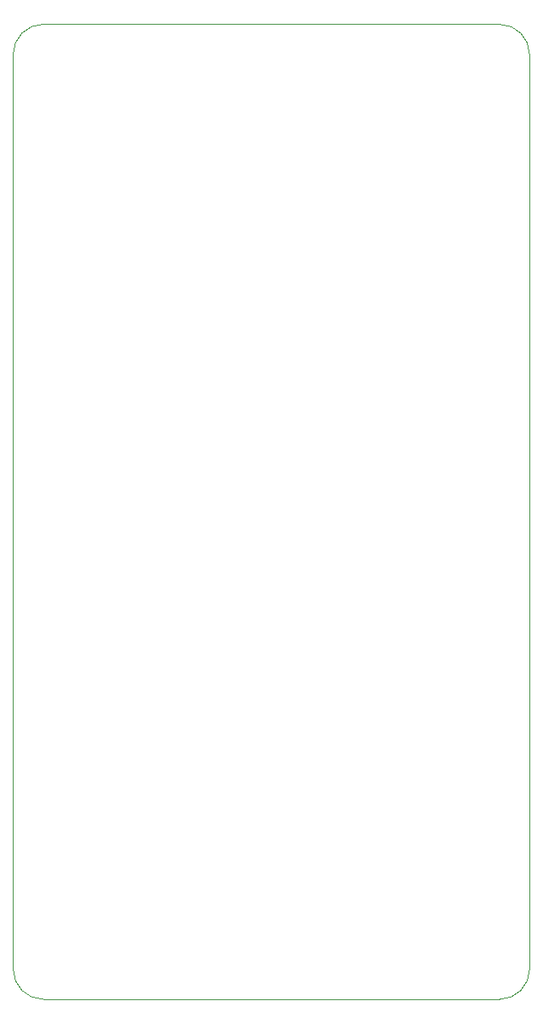
<source format=gbr>
%TF.GenerationSoftware,KiCad,Pcbnew,9.0.2*%
%TF.CreationDate,2025-07-03T20:52:15-07:00*%
%TF.ProjectId,solder,736f6c64-6572-42e6-9b69-6361645f7063,rev?*%
%TF.SameCoordinates,Original*%
%TF.FileFunction,Profile,NP*%
%FSLAX46Y46*%
G04 Gerber Fmt 4.6, Leading zero omitted, Abs format (unit mm)*
G04 Created by KiCad (PCBNEW 9.0.2) date 2025-07-03 20:52:15*
%MOMM*%
%LPD*%
G01*
G04 APERTURE LIST*
%TA.AperFunction,Profile*%
%ADD10C,0.050000*%
%TD*%
G04 APERTURE END LIST*
D10*
X113090000Y-42260000D02*
G75*
G02*
X116090000Y-39260000I3000000J0D01*
G01*
X161460000Y-39260000D02*
G75*
G02*
X164460000Y-42260000I0J-3000000D01*
G01*
X116090000Y-39260000D02*
X161460000Y-39260000D01*
X116090000Y-136170000D02*
G75*
G02*
X113090000Y-133170000I0J3000000D01*
G01*
X113090000Y-133170000D02*
X113090000Y-42260000D01*
X164460000Y-133170000D02*
G75*
G02*
X161460000Y-136170000I-3000000J0D01*
G01*
X161460000Y-136170000D02*
X116090000Y-136170000D01*
X164460000Y-42260000D02*
X164460000Y-133170000D01*
M02*

</source>
